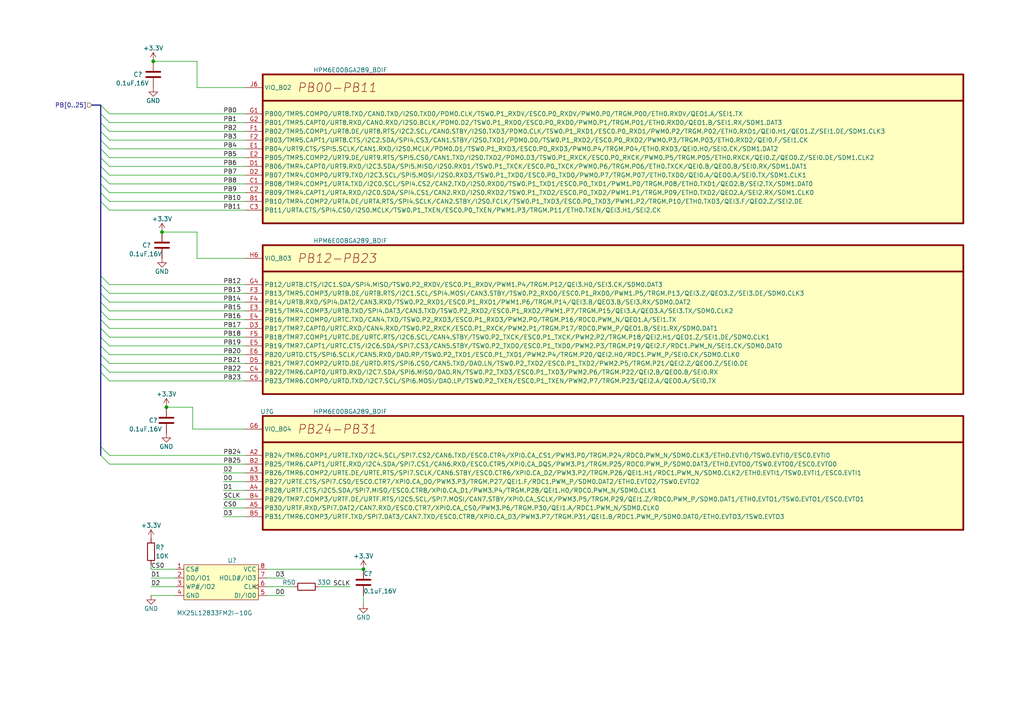
<source format=kicad_sch>
(kicad_sch (version 20230121) (generator eeschema)
  (paper "A4")
  (title_block (title "HPM6E00ADCEVKRevC") (date "2024-09-17") (rev "RevC") (comment 1 "MCU_PB&FLASH"))
  (junction (at 46.99 67.31))
  (junction (at 48.26 118.11))
  (junction (at 105.41 165.1))
  (junction (at 44.45 17.78))
  (bus_entry (at 29.21 43.18) (size 2.54 2.54))
  (bus_entry (at 29.21 92.71) (size 2.54 2.54))
  (bus_entry (at 29.21 87.63) (size 2.54 2.54))
  (bus_entry (at 29.21 33.02) (size 2.54 2.54))
  (bus_entry (at 29.21 35.56) (size 2.54 2.54))
  (bus_entry (at 29.21 82.55) (size 2.54 2.54))
  (bus_entry (at 29.21 55.88) (size 2.54 2.54))
  (bus_entry (at 29.21 107.95) (size 2.54 2.54))
  (bus_entry (at 29.21 85.09) (size 2.54 2.54))
  (bus_entry (at 29.21 95.25) (size 2.54 2.54))
  (bus_entry (at 29.21 80.01) (size 2.54 2.54))
  (bus_entry (at 29.21 105.41) (size 2.54 2.54))
  (bus_entry (at 29.21 40.64) (size 2.54 2.54))
  (bus_entry (at 29.21 102.87) (size 2.54 2.54))
  (bus_entry (at 29.21 129.54) (size 2.54 2.54))
  (bus_entry (at 29.21 132.08) (size 2.54 2.54))
  (bus_entry (at 29.21 58.42) (size 2.54 2.54))
  (bus_entry (at 29.21 50.8) (size 2.54 2.54))
  (bus_entry (at 29.21 48.26) (size 2.54 2.54))
  (bus_entry (at 29.21 100.33) (size 2.54 2.54))
  (bus_entry (at 29.21 30.48) (size 2.54 2.54))
  (bus_entry (at 29.21 90.17) (size 2.54 2.54))
  (bus_entry (at 29.21 45.72) (size 2.54 2.54))
  (bus_entry (at 29.21 38.1) (size 2.54 2.54))
  (bus_entry (at 29.21 53.34) (size 2.54 2.54))
  (bus_entry (at 29.21 97.79) (size 2.54 2.54))
  (wire (pts (xy 43.815 165.1) (xy 50.8 165.1)))
  (bus (pts (xy 29.21 38.1) (xy 29.21 40.64)))
  (wire (pts (xy 31.75 45.72) (xy 71.12 45.72)))
  (wire (pts (xy 31.75 58.42) (xy 71.12 58.42)))
  (wire (pts (xy 31.75 95.25) (xy 71.12 95.25)))
  (bus (pts (xy 29.21 97.79) (xy 29.21 100.33)))
  (wire (pts (xy 55.88 124.46) (xy 71.12 124.46)))
  (bus (pts (xy 29.21 87.63) (xy 29.21 90.17)))
  (wire (pts (xy 31.75 87.63) (xy 71.12 87.63)))
  (wire (pts (xy 31.75 102.87) (xy 71.12 102.87)))
  (wire (pts (xy 105.41 172.72) (xy 105.41 175.26)))
  (wire (pts (xy 43.815 172.72) (xy 50.8 172.72)))
  (bus (pts (xy 29.21 55.88) (xy 29.21 58.42)))
  (bus (pts (xy 29.21 102.87) (xy 29.21 105.41)))
  (wire (pts (xy 31.75 38.1) (xy 71.12 38.1)))
  (bus (pts (xy 29.21 95.25) (xy 29.21 97.79)))
  (wire (pts (xy 64.77 144.78) (xy 71.12 144.78)))
  (wire (pts (xy 64.77 142.24) (xy 71.12 142.24)))
  (wire (pts (xy 31.75 50.8) (xy 71.12 50.8)))
  (bus (pts (xy 26.67 30.48) (xy 29.21 30.48)))
  (wire (pts (xy 31.75 107.95) (xy 71.12 107.95)))
  (wire (pts (xy 31.75 60.96) (xy 71.12 60.96)))
  (wire (pts (xy 57.15 67.31) (xy 57.15 74.93)))
  (bus (pts (xy 29.21 105.41) (xy 29.21 107.95)))
  (wire (pts (xy 64.77 139.7) (xy 71.12 139.7)))
  (wire (pts (xy 31.75 55.88) (xy 71.12 55.88)))
  (bus (pts (xy 29.21 45.72) (xy 29.21 48.26)))
  (wire (pts (xy 31.75 90.17) (xy 71.12 90.17)))
  (wire (pts (xy 43.815 170.18) (xy 50.8 170.18)))
  (wire (pts (xy 31.75 92.71) (xy 71.12 92.71)))
  (bus (pts (xy 29.21 33.02) (xy 29.21 30.48)))
  (bus (pts (xy 29.21 85.09) (xy 29.21 87.63)))
  (wire (pts (xy 46.99 67.31) (xy 57.15 67.31)))
  (bus (pts (xy 29.21 90.17) (xy 29.21 92.71)))
  (wire (pts (xy 31.75 97.79) (xy 71.12 97.79)))
  (wire (pts (xy 31.75 105.41) (xy 71.12 105.41)))
  (wire (pts (xy 44.45 17.78) (xy 57.15 17.78)))
  (wire (pts (xy 43.815 163.83) (xy 43.815 165.1)))
  (wire (pts (xy 31.75 33.02) (xy 71.12 33.02)))
  (wire (pts (xy 31.75 43.18) (xy 71.12 43.18)))
  (wire (pts (xy 57.15 74.93) (xy 71.12 74.93)))
  (wire (pts (xy 48.26 118.11) (xy 55.88 118.11)))
  (bus (pts (xy 29.21 48.26) (xy 29.21 50.8)))
  (wire (pts (xy 77.47 165.1) (xy 105.41 165.1)))
  (bus (pts (xy 29.21 107.95) (xy 29.21 129.54)))
  (wire (pts (xy 31.75 100.33) (xy 71.12 100.33)))
  (wire (pts (xy 85.09 170.18) (xy 77.47 170.18)))
  (bus (pts (xy 29.21 100.33) (xy 29.21 102.87)))
  (bus (pts (xy 29.21 35.56) (xy 29.21 38.1)))
  (wire (pts (xy 31.75 110.49) (xy 71.12 110.49)))
  (wire (pts (xy 57.15 17.78) (xy 57.15 25.4)))
  (bus (pts (xy 29.21 58.42) (xy 29.21 80.01)))
  (wire (pts (xy 64.77 147.32) (xy 71.12 147.32)))
  (wire (pts (xy 92.71 170.18) (xy 101.6 170.18)))
  (wire (pts (xy 31.75 134.62) (xy 71.12 134.62)))
  (wire (pts (xy 64.77 149.86) (xy 71.12 149.86)))
  (wire (pts (xy 43.815 167.64) (xy 50.8 167.64)))
  (wire (pts (xy 82.55 167.64) (xy 77.47 167.64)))
  (wire (pts (xy 31.75 132.08) (xy 71.12 132.08)))
  (wire (pts (xy 31.75 40.64) (xy 71.12 40.64)))
  (bus (pts (xy 29.21 40.64) (xy 29.21 43.18)))
  (bus (pts (xy 29.21 43.18) (xy 29.21 45.72)))
  (wire (pts (xy 55.88 118.11) (xy 55.88 124.46)))
  (wire (pts (xy 57.15 25.4) (xy 71.12 25.4)))
  (bus (pts (xy 29.21 33.02) (xy 29.21 35.56)))
  (wire (pts (xy 31.75 85.09) (xy 71.12 85.09)))
  (wire (pts (xy 31.75 53.34) (xy 71.12 53.34)))
  (bus (pts (xy 29.21 80.01) (xy 29.21 82.55)))
  (wire (pts (xy 64.77 137.16) (xy 71.12 137.16)))
  (wire (pts (xy 82.55 172.72) (xy 77.47 172.72)))
  (bus (pts (xy 29.21 50.8) (xy 29.21 53.34)))
  (bus (pts (xy 29.21 53.34) (xy 29.21 55.88)))
  (wire (pts (xy 31.75 48.26) (xy 71.12 48.26)))
  (bus (pts (xy 29.21 92.71) (xy 29.21 95.25)))
  (wire (pts (xy 31.75 82.55) (xy 71.12 82.55)))
  (bus (pts (xy 29.21 129.54) (xy 29.21 132.08)))
  (wire (pts (xy 31.75 35.56) (xy 71.12 35.56)))
  (bus (pts (xy 29.21 82.55) (xy 29.21 85.09)))
  (label "PB16" (at 64.77 92.71 0))
  (label "PB14" (at 64.77 87.63 0))
  (label "PB5" (at 64.77 45.72 0))
  (label "SCLK" (at 101.6 170.18 180))
  (label "D2" (at 64.77 137.16 0))
  (label "PB10" (at 64.77 58.42 0))
  (label "PB21" (at 64.77 105.41 0))
  (label "PB18" (at 64.77 97.79 0))
  (label "PB4" (at 64.77 43.18 0))
  (label "PB25" (at 64.77 134.62 0))
  (label "PB7" (at 64.77 50.8 0))
  (label "PB6" (at 64.77 48.26 0))
  (label "PB19" (at 64.77 100.33 0))
  (label "D1" (at 43.815 167.64 0))
  (label "D2" (at 43.815 170.18 0))
  (label "PB3" (at 64.77 40.64 0))
  (label "PB13" (at 64.77 85.09 0))
  (label "D0" (at 82.55 172.72 180))
  (label "PB22" (at 64.77 107.95 0))
  (label "D0" (at 64.77 139.7 0))
  (label "PB20" (at 64.77 102.87 0))
  (label "D3" (at 64.77 149.86 0))
  (label "PB24" (at 64.77 132.08 0))
  (label "SCLK" (at 64.77 144.78 0))
  (label "D1" (at 64.77 142.24 0))
  (label "CS0" (at 43.815 165.1 0))
  (label "PB8" (at 64.77 53.34 0))
  (label "PB15" (at 64.77 90.17 0))
  (label "D3" (at 82.55 167.64 180))
  (label "PB2" (at 64.77 38.1 0))
  (label "PB1" (at 64.77 35.56 0))
  (label "PB12" (at 64.77 82.55 0))
  (label "PB17" (at 64.77 95.25 0))
  (label "PB9" (at 64.77 55.88 0))
  (label "CS0" (at 64.77 147.32 0))
  (label "PB11" (at 64.77 60.96 0))
  (label "PB0" (at 64.77 33.02 0))
  (label "PB23" (at 64.77 110.49 0))
  (hierarchical_label "PB[0..25]" (shape input) (at 26.67 30.48 180))
  (symbol (lib_id "power:+3.3V") (at 44.45 17.78 0) (unit 1)
    (property "Reference" "#PWR?" (effects hide))
    (property "Value" "+3.3V" (at 44.45 13.97 0))
    (instances (project "HPM6E00-PA00-PA31-JTAG-BOOT-LED-KEY" (path "" (reference "#PWR?") (unit 1))) (project "HPM6E00 SKT Board BGA289_BDIF REVA" (path "" (reference "#PWR?") (unit 1))) (project "HPM5300-CON-JTAG" (path "" (reference "#PWR?") (unit 1))) (project "HPM6E00ADCEVKRevC" (path "" (reference "#PWR?") (unit 1)) (path "" (reference "#PWR0130") (unit 1))) (project "HPM5300 SKT Board LQFP100 REVA" (path "" (reference "#PWR?") (unit 1))))
  )
  (symbol (lib_id "power:GND") (at 48.26 125.73 0) (mirror y) (unit 1)
    (property "Reference" "#PWR?" (effects hide))
    (property "Value" "GND" (at 50.292 129.54 0) (effects (justify left)))
    (instances (project "HPM6E00 SKT Board BGA289_BDIF REVA" (path "" (reference "#PWR?") (unit 1)) (path "" (reference "#PWR?") (unit 1))) (project "HPM5300-CON-JTAG" (path "" (reference "#PWR?") (unit 1))) (project "HPM6E00ADCEVKRevC" (path "" (reference "#PWR?") (unit 1)) (path "" (reference "#PWR?") (unit 1)) (path "" (reference "#PWR0133") (unit 1))) (project "HPM5300 SKT Board LQFP100 REVA" (path "" (reference "#PWR?") (unit 1))))
  )
  (symbol (lib_id "power:GND") (at 43.815 172.72 0) (unit 1)
    (property "Reference" "#PWR?" (effects hide))
    (property "Value" "GND" (at 41.783 176.53 0) (effects (justify left)))
    (instances (project "HPM6E00 SKT Board BGA289_BDIF REVA" (path "" (reference "#PWR?") (unit 1)) (path "" (reference "#PWR?") (unit 1))) (project "HPM5300-CON-JTAG" (path "" (reference "#PWR?") (unit 1))) (project "HPM6E00ADCEVKRevC" (path "" (reference "#PWR?") (unit 1)) (path "" (reference "#PWR?") (unit 1)) (path "" (reference "#PWR0137") (unit 1))) (project "HPM5300 SKT Board LQFP100 REVA" (path "" (reference "#PWR?") (unit 1))))
  )
  (symbol (lib_id "power:+3.3V") (at 105.41 165.1 0) (unit 1)
    (property "Reference" "#PWR?" (effects hide))
    (property "Value" "+3.3V" (at 105.41 161.29 0))
    (instances (project "HPM6E00 SKT Board BGA289_BDIF REVA" (path "" (reference "#PWR?") (unit 1)) (path "" (reference "#PWR?") (unit 1))) (project "HPM5300-CON-JTAG" (path "" (reference "#PWR?") (unit 1))) (project "HPM6E00ADCEVKRevC" (path "" (reference "#PWR?") (unit 1)) (path "" (reference "#PWR?") (unit 1)) (path "" (reference "#PWR0139") (unit 1))) (project "HPM5300 SKT Board LQFP100 REVA" (path "" (reference "#PWR?") (unit 1))))
  )
  (symbol (lib_id "02_HPM_Resistor:10K_0402") (at 43.815 160.02 90) (unit 1)
    (property "Reference" "R?" (at 45.085 158.75 90) (effects (justify right)))
    (property "Value" "10K" (at 45.085 161.29 90) (effects (justify right)))
    (property "Footprint" "02_HPM_Resistor:R_0402_1005Metric" (effects hide))
    (property "Model" "0402WGF1002TCE" (effects hide))
    (property "Company" "UNI-ROYAL(厚声)" (effects hide))
    (property "ASSY_OPT" "DNP" (effects hide))
    (instances (project "HPM6E00 SKT Board BGA289_BDIF REVA" (path "" (reference "R?") (unit 1)) (path "" (reference "R?") (unit 1))) (project "HPM5300-CON-JTAG" (path "" (reference "R?") (unit 1))) (project "HPM6E00ADCEVKRevC" (path "" (reference "R?") (unit 1)) (path "" (reference "R?") (unit 1)) (path "" (reference "R49") (unit 1))) (project "HPM5300 SKT Board LQFP100 REVA" (path "" (reference "R?") (unit 1))))
  )
  (symbol (lib_id "99_HPM:HPM6E00BGA289_BDIF") (at 76.2 71.12 0) (unit 6)
    (property "Reference" "U?" (effects hide))
    (property "Value" "HPM6E00BGA289_BDIF" (at 101.6 69.85 0))
    (property "Footprint" "00_HPM_Library:BGA-289_17x17_14.0x14.0mm" (effects hide))
    (instances (project "HPM6E00 SKT Board BGA289_BDIF REVA" (path "" (reference "U?") (unit 6))) (project "HPM6E00ADCEVKRevC" (path "" (reference "U?") (unit 6)) (path "" (reference "U?") (unit 6)) (path "" (reference "U9") (unit 6))))
  )
  (symbol (lib_id "02_HPM_Resistor:33Ω_0402") (at 88.9 170.18 0) (unit 1)
    (property "Reference" "R50" (at 83.82 168.91 0))
    (property "Value" "33Ω" (at 93.98 168.91 0))
    (property "Footprint" "02_HPM_Resistor:R_0402_1005Metric" (effects hide))
    (property "Model" "0402WGF330JTCE" (effects hide))
    (property "Company" "UNI-ROYAL(厚声)" (effects hide))
    (instances (project "HPM6E00ADCEVKRevC" (path "" (reference "R50") (unit 1))) (project "HPM6880_EVK_RevA" (path "" (reference "R?") (unit 1))))
  )
  (symbol (lib_id "10_HPM_Storage_IC:MX25L12833FM2I-10G") (at 53.34 163.83 0) (unit 1)
    (property "Reference" "U?" (at 67.31 162.56 0))
    (property "Value" "MX25L12833FM2I-10G" (at 62.23 177.8 0))
    (property "Footprint" "08_HPM_Storage:SOIC8_208mil" (effects hide))
    (property "Model" "MX25L12833FM2I-10G" (effects hide))
    (property "Company" "MXIC(旺宏电子)" (effects hide))
    (instances (project "HPM6E00 SKT Board BGA289_BDIF REVA" (path "" (reference "U?") (unit 1)) (path "" (reference "U?") (unit 1))) (project "HPM5300-CON-JTAG" (path "" (reference "U?") (unit 1))) (project "HPM6E00ADCEVKRevC" (path "" (reference "U?") (unit 1)) (path "" (reference "U?") (unit 1)) (path "" (reference "U10") (unit 1))) (project "HPM5300 SKT Board LQFP100 REVA" (path "" (reference "U?") (unit 1))))
  )
  (symbol (lib_id "power:+3.3V") (at 43.815 156.21 0) (unit 1)
    (property "Reference" "#PWR?" (effects hide))
    (property "Value" "+3.3V" (at 43.815 152.4 0))
    (instances (project "HPM6E00 SKT Board BGA289_BDIF REVA" (path "" (reference "#PWR?") (unit 1)) (path "" (reference "#PWR?") (unit 1))) (project "HPM5300-CON-JTAG" (path "" (reference "#PWR?") (unit 1))) (project "HPM6E00ADCEVKRevC" (path "" (reference "#PWR?") (unit 1)) (path "" (reference "#PWR?") (unit 1)) (path "" (reference "#PWR0136") (unit 1))) (project "HPM5300 SKT Board LQFP100 REVA" (path "" (reference "#PWR?") (unit 1))))
  )
  (symbol (lib_id "99_HPM:HPM6E00BGA289_BDIF") (at 76.2 120.65 0) (unit 7)
    (property "Reference" "U?" (at 77.47 119.38 0))
    (property "Value" "HPM6E00BGA289_BDIF" (at 101.6 119.38 0))
    (property "Footprint" "00_HPM_Library:BGA-289_17x17_14.0x14.0mm" (effects hide))
    (instances (project "HPM6E00 SKT Board BGA289_BDIF REVA" (path "" (reference "U?") (unit 7))) (project "HPM6E00ADCEVKRevC" (path "" (reference "U?") (unit 7)) (path "" (reference "U?") (unit 7)) (path "" (reference "U9") (unit 7))))
  )
  (symbol (lib_id "03_HPM_Capacitance:0.1uF,16V_0402") (at 44.45 21.59 0) (mirror y) (unit 1)
    (property "Reference" "C?" (at 41.275 21.59 0) (effects (justify left)))
    (property "Value" "0.1uF,16V" (at 43.18 24.13 0) (effects (justify left)))
    (property "Footprint" "03_HPM_Capacitance:C_0402_1005Metric" (effects hide))
    (property "Model" "CL05B104KO5NNNC" (effects hide))
    (property "Company" "SAMSUNG(三星)" (effects hide))
    (instances (project "HPM5300-USB-OSC" (path "" (reference "C?") (unit 1))) (project "HPM6E00 SKT Board BGA289_BDIF REVA" (path "" (reference "C?") (unit 1)) (path "" (reference "C?") (unit 1)) (path "" (reference "C?") (unit 1))) (project "HPM6E00ADCEVKRevC" (path "" (reference "C?") (unit 1)) (path "" (reference "C?") (unit 1)) (path "" (reference "C44") (unit 1))) (project "HPM5300 SKT Board LQFP100 REVA" (path "" (reference "C?") (unit 1))))
  )
  (symbol (lib_id "power:+3.3V") (at 48.26 118.11 0) (unit 1)
    (property "Reference" "#PWR?" (effects hide))
    (property "Value" "+3.3V" (at 48.26 114.3 0))
    (instances (project "HPM6E00-PA00-PA31-JTAG-BOOT-LED-KEY" (path "" (reference "#PWR?") (unit 1))) (project "HPM6E00 SKT Board BGA289_BDIF REVA" (path "" (reference "#PWR?") (unit 1))) (project "HPM5300-CON-JTAG" (path "" (reference "#PWR?") (unit 1))) (project "HPM6E00ADCEVKRevC" (path "" (reference "#PWR?") (unit 1)) (path "" (reference "#PWR0132") (unit 1))) (project "HPM5300 SKT Board LQFP100 REVA" (path "" (reference "#PWR?") (unit 1))))
  )
  (symbol (lib_id "power:GND") (at 46.99 74.93 0) (mirror y) (unit 1)
    (property "Reference" "#PWR?" (effects hide))
    (property "Value" "GND" (at 49.022 78.74 0) (effects (justify left)))
    (instances (project "HPM6E00 SKT Board BGA289_BDIF REVA" (path "" (reference "#PWR?") (unit 1)) (path "" (reference "#PWR?") (unit 1))) (project "HPM5300-CON-JTAG" (path "" (reference "#PWR?") (unit 1))) (project "HPM6E00ADCEVKRevC" (path "" (reference "#PWR?") (unit 1)) (path "" (reference "#PWR?") (unit 1)) (path "" (reference "#PWR0134") (unit 1))) (project "HPM5300 SKT Board LQFP100 REVA" (path "" (reference "#PWR?") (unit 1))))
  )
  (symbol (lib_id "power:GND") (at 105.41 175.26 0) (unit 1)
    (property "Reference" "#PWR?" (effects hide))
    (property "Value" "GND" (at 103.378 179.07 0) (effects (justify left)))
    (instances (project "HPM6E00 SKT Board BGA289_BDIF REVA" (path "" (reference "#PWR?") (unit 1)) (path "" (reference "#PWR?") (unit 1))) (project "HPM5300-CON-JTAG" (path "" (reference "#PWR?") (unit 1))) (project "HPM6E00ADCEVKRevC" (path "" (reference "#PWR?") (unit 1)) (path "" (reference "#PWR?") (unit 1)) (path "" (reference "#PWR0138") (unit 1))) (project "HPM5300 SKT Board LQFP100 REVA" (path "" (reference "#PWR?") (unit 1))))
  )
  (symbol (lib_id "03_HPM_Capacitance:0.1uF,16V_0402") (at 48.26 121.92 0) (mirror y) (unit 1)
    (property "Reference" "C?" (at 45.72 121.92 0) (effects (justify left)))
    (property "Value" "0.1uF,16V" (at 46.99 124.46 0) (effects (justify left)))
    (property "Footprint" "03_HPM_Capacitance:C_0402_1005Metric" (effects hide))
    (property "Model" "CL05B104KO5NNNC" (effects hide))
    (property "Company" "SAMSUNG(三星)" (effects hide))
    (instances (project "HPM5300-USB-OSC" (path "" (reference "C?") (unit 1))) (project "HPM6E00 SKT Board BGA289_BDIF REVA" (path "" (reference "C?") (unit 1)) (path "" (reference "C?") (unit 1)) (path "" (reference "C?") (unit 1))) (project "HPM6E00ADCEVKRevC" (path "" (reference "C?") (unit 1)) (path "" (reference "C?") (unit 1)) (path "" (reference "C46") (unit 1))) (project "HPM5300 SKT Board LQFP100 REVA" (path "" (reference "C?") (unit 1))))
  )
  (symbol (lib_id "03_HPM_Capacitance:0.1uF,16V_0402") (at 46.99 71.12 0) (mirror y) (unit 1)
    (property "Reference" "C?" (at 43.815 71.12 0) (effects (justify left)))
    (property "Value" "0.1uF,16V" (at 46.99 73.66 0) (effects (justify left)))
    (property "Footprint" "03_HPM_Capacitance:C_0402_1005Metric" (effects hide))
    (property "Model" "CL05B104KO5NNNC" (effects hide))
    (property "Company" "SAMSUNG(三星)" (effects hide))
    (instances (project "HPM5300-USB-OSC" (path "" (reference "C?") (unit 1))) (project "HPM6E00 SKT Board BGA289_BDIF REVA" (path "" (reference "C?") (unit 1)) (path "" (reference "C?") (unit 1)) (path "" (reference "C?") (unit 1))) (project "HPM6E00ADCEVKRevC" (path "" (reference "C?") (unit 1)) (path "" (reference "C?") (unit 1)) (path "" (reference "C45") (unit 1))) (project "HPM5300 SKT Board LQFP100 REVA" (path "" (reference "C?") (unit 1))))
  )
  (symbol (lib_id "power:+3.3V") (at 46.99 67.31 0) (unit 1)
    (property "Reference" "#PWR?" (effects hide))
    (property "Value" "+3.3V" (at 46.99 63.5 0))
    (instances (project "HPM6E00-PA00-PA31-JTAG-BOOT-LED-KEY" (path "" (reference "#PWR?") (unit 1))) (project "HPM6E00 SKT Board BGA289_BDIF REVA" (path "" (reference "#PWR?") (unit 1))) (project "HPM5300-CON-JTAG" (path "" (reference "#PWR?") (unit 1))) (project "HPM6E00ADCEVKRevC" (path "" (reference "#PWR?") (unit 1)) (path "" (reference "#PWR0135") (unit 1))) (project "HPM5300 SKT Board LQFP100 REVA" (path "" (reference "#PWR?") (unit 1))))
  )
  (symbol (lib_id "power:GND") (at 44.45 25.4 0) (mirror y) (unit 1)
    (property "Reference" "#PWR?" (effects hide))
    (property "Value" "GND" (at 46.482 29.21 0) (effects (justify left)))
    (instances (project "HPM6E00 SKT Board BGA289_BDIF REVA" (path "" (reference "#PWR?") (unit 1)) (path "" (reference "#PWR?") (unit 1))) (project "HPM5300-CON-JTAG" (path "" (reference "#PWR?") (unit 1))) (project "HPM6E00ADCEVKRevC" (path "" (reference "#PWR?") (unit 1)) (path "" (reference "#PWR?") (unit 1)) (path "" (reference "#PWR0131") (unit 1))) (project "HPM5300 SKT Board LQFP100 REVA" (path "" (reference "#PWR?") (unit 1))))
  )
  (symbol (lib_id "03_HPM_Capacitance:0.1uF,16V_0402") (at 105.41 168.91 0) (unit 1)
    (property "Reference" "C?" (at 105.41 166.37 0) (effects (justify left)))
    (property "Value" "0.1uF,16V" (at 105.41 171.45 0) (effects (justify left)))
    (property "Footprint" "03_HPM_Capacitance:C_0402_1005Metric" (effects hide))
    (property "Model" "CL05B104KO5NNNC" (effects hide))
    (property "Company" "SAMSUNG(三星)" (effects hide))
    (instances (project "HPM6E00 SKT Board BGA289_BDIF REVA" (path "" (reference "C?") (unit 1)) (path "" (reference "C?") (unit 1))) (project "HPM5300-CON-JTAG" (path "" (reference "C?") (unit 1))) (project "HPM6E00ADCEVKRevC" (path "" (reference "C?") (unit 1)) (path "" (reference "C?") (unit 1)) (path "" (reference "C47") (unit 1))) (project "HPM5300 SKT Board LQFP100 REVA" (path "" (reference "C?") (unit 1))))
  )
  (symbol (lib_id "99_HPM:HPM6E00BGA289_BDIF") (at 76.2 21.59 0) (unit 5)
    (property "Reference" "U?" (effects hide))
    (property "Value" "HPM6E00BGA289_BDIF" (at 101.6 20.32 0))
    (property "Footprint" "00_HPM_Library:BGA-289_17x17_14.0x14.0mm" (effects hide))
    (instances (project "HPM6E00 SKT Board BGA289_BDIF REVA" (path "" (reference "U?") (unit 5))) (project "HPM6E00ADCEVKRevC" (path "" (reference "U?") (unit 5)) (path "" (reference "U?") (unit 5)) (path "" (reference "U9") (unit 5))))
  )
)
</source>
